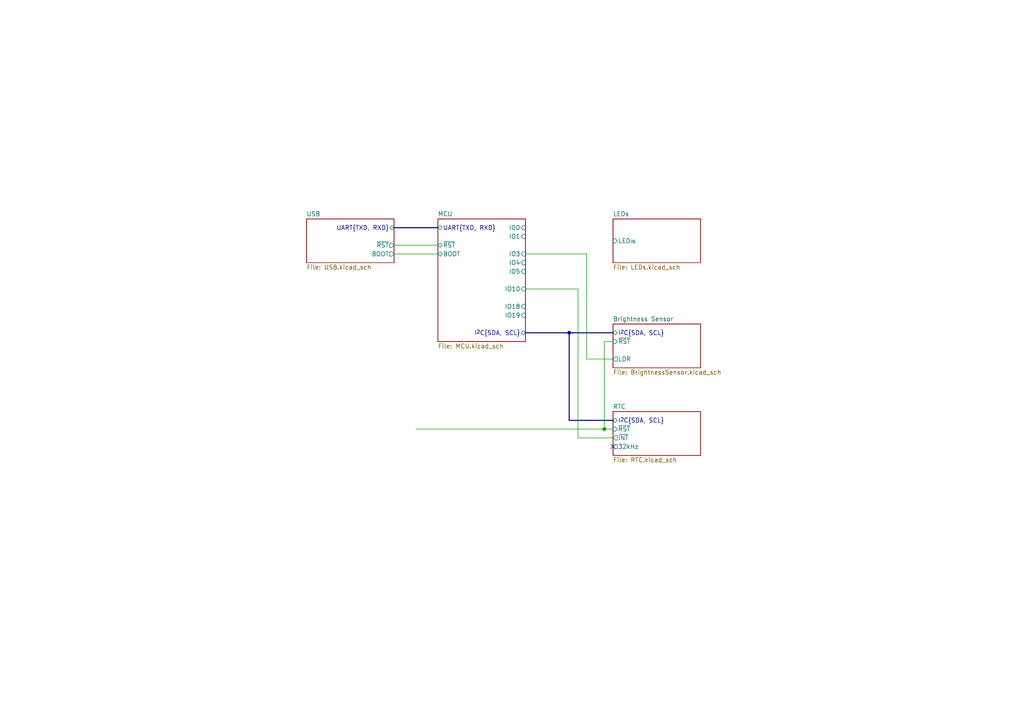
<source format=kicad_sch>
(kicad_sch
	(version 20231120)
	(generator "eeschema")
	(generator_version "8.0")
	(uuid "bfaac094-0365-40a4-8b7a-d4d62ace544e")
	(paper "A4")
	(title_block
		(title "Wordclock - Top")
		(date "2024-10-21")
		(rev "A")
		(company "ElektroNik Zoller")
		(comment 1 "Nikolai Zoller")
		(comment 4 "CERN-OHL-P")
	)
	(lib_symbols)
	(junction
		(at 165.1 96.52)
		(diameter 0)
		(color 0 0 0 0)
		(uuid "2057b3c6-992b-4725-b044-30c7bdc56b12")
	)
	(junction
		(at 175.26 124.46)
		(diameter 0)
		(color 0 0 0 0)
		(uuid "595424f7-2216-4a62-8033-5f5bc1d8d388")
	)
	(no_connect
		(at 177.8 129.54)
		(uuid "ecff011c-20bd-40d8-86a8-0730ee88652d")
	)
	(wire
		(pts
			(xy 167.64 83.82) (xy 167.64 127)
		)
		(stroke
			(width 0)
			(type default)
		)
		(uuid "0c521132-31a4-472d-bf55-6e5a24e61555")
	)
	(bus
		(pts
			(xy 165.1 96.52) (xy 165.1 121.92)
		)
		(stroke
			(width 0)
			(type default)
		)
		(uuid "0d1f14c1-0bf5-4569-8149-f49c1c607630")
	)
	(bus
		(pts
			(xy 152.4 96.52) (xy 165.1 96.52)
		)
		(stroke
			(width 0)
			(type default)
		)
		(uuid "0fd31c29-5271-4b49-a945-f32b903d6006")
	)
	(wire
		(pts
			(xy 175.26 99.06) (xy 175.26 124.46)
		)
		(stroke
			(width 0)
			(type default)
		)
		(uuid "19eed66f-323f-4f67-b4fc-35167a20e7f5")
	)
	(bus
		(pts
			(xy 165.1 121.92) (xy 177.8 121.92)
		)
		(stroke
			(width 0)
			(type default)
		)
		(uuid "1e384e66-3d21-440e-80f3-9bfd8fb967f1")
	)
	(wire
		(pts
			(xy 170.18 73.66) (xy 170.18 104.14)
		)
		(stroke
			(width 0)
			(type default)
		)
		(uuid "1fbeb0b9-4ae0-4b5a-9d35-c0d4f0866c1f")
	)
	(bus
		(pts
			(xy 177.8 96.52) (xy 165.1 96.52)
		)
		(stroke
			(width 0)
			(type default)
		)
		(uuid "507e8dc1-fa3d-443e-90e9-b983e5014851")
	)
	(wire
		(pts
			(xy 152.4 73.66) (xy 170.18 73.66)
		)
		(stroke
			(width 0)
			(type default)
		)
		(uuid "53a38872-8e4f-4fc1-8a61-410653313329")
	)
	(wire
		(pts
			(xy 152.4 83.82) (xy 167.64 83.82)
		)
		(stroke
			(width 0)
			(type default)
		)
		(uuid "5f9571f7-15a8-423e-8d00-2019153c08ba")
	)
	(wire
		(pts
			(xy 175.26 124.46) (xy 120.65 124.46)
		)
		(stroke
			(width 0)
			(type default)
		)
		(uuid "74509db9-f2fb-4f22-be18-82c779c86020")
	)
	(wire
		(pts
			(xy 170.18 104.14) (xy 177.8 104.14)
		)
		(stroke
			(width 0)
			(type default)
		)
		(uuid "82e0f413-9b07-4293-a8a4-848a3dc6ea98")
	)
	(wire
		(pts
			(xy 114.3 73.66) (xy 127 73.66)
		)
		(stroke
			(width 0)
			(type default)
		)
		(uuid "8b53fe21-f00f-45ad-8c74-c45d22df1689")
	)
	(wire
		(pts
			(xy 177.8 99.06) (xy 175.26 99.06)
		)
		(stroke
			(width 0)
			(type default)
		)
		(uuid "a823de60-ae71-4d4e-a956-05f581122a02")
	)
	(bus
		(pts
			(xy 114.3 66.04) (xy 127 66.04)
		)
		(stroke
			(width 0)
			(type default)
		)
		(uuid "a8575130-0cde-40b6-84c5-97235b83f1f1")
	)
	(wire
		(pts
			(xy 167.64 127) (xy 177.8 127)
		)
		(stroke
			(width 0)
			(type default)
		)
		(uuid "aa18096a-01be-4171-9b68-16be0d5cf57c")
	)
	(wire
		(pts
			(xy 175.26 124.46) (xy 177.8 124.46)
		)
		(stroke
			(width 0)
			(type default)
		)
		(uuid "d1576b25-202d-49b2-a2c6-44e6f0e3421b")
	)
	(wire
		(pts
			(xy 114.3 71.12) (xy 127 71.12)
		)
		(stroke
			(width 0)
			(type default)
		)
		(uuid "dadb7308-d901-4a27-8775-8a4e9c38e4df")
	)
	(sheet
		(at 127 63.5)
		(size 25.4 35.56)
		(fields_autoplaced yes)
		(stroke
			(width 0.1524)
			(type solid)
		)
		(fill
			(color 0 0 0 0.0000)
		)
		(uuid "148425c6-8949-47fb-990d-0e511c74cf4c")
		(property "Sheetname" "MCU"
			(at 127 62.7884 0)
			(effects
				(font
					(size 1.27 1.27)
				)
				(justify left bottom)
			)
		)
		(property "Sheetfile" "MCU.kicad_sch"
			(at 127 99.6446 0)
			(effects
				(font
					(size 1.27 1.27)
				)
				(justify left top)
			)
		)
		(pin "IO10" input
			(at 152.4 83.82 0)
			(effects
				(font
					(size 1.27 1.27)
				)
				(justify right)
			)
			(uuid "77814b2b-50a5-4ed1-a19a-03a204a019a8")
		)
		(pin "IO18" input
			(at 152.4 88.9 0)
			(effects
				(font
					(size 1.27 1.27)
				)
				(justify right)
			)
			(uuid "5e2b0f52-50ac-4f9b-9fc8-d8717f4cfde2")
		)
		(pin "IO19" input
			(at 152.4 91.44 0)
			(effects
				(font
					(size 1.27 1.27)
				)
				(justify right)
			)
			(uuid "c89dfa95-e619-49c5-a01f-b90713b74457")
		)
		(pin "IO4" input
			(at 152.4 76.2 0)
			(effects
				(font
					(size 1.27 1.27)
				)
				(justify right)
			)
			(uuid "6689d2f4-739e-4565-be1d-ee48b558fcd9")
		)
		(pin "IO3" input
			(at 152.4 73.66 0)
			(effects
				(font
					(size 1.27 1.27)
				)
				(justify right)
			)
			(uuid "b841ce97-865a-4950-8e79-3684c33da18d")
		)
		(pin "IO5" input
			(at 152.4 78.74 0)
			(effects
				(font
					(size 1.27 1.27)
				)
				(justify right)
			)
			(uuid "8ff93080-3bdd-4f41-b71c-ea12b2411acb")
		)
		(pin "UART{TXD, RXD}" bidirectional
			(at 127 66.04 180)
			(effects
				(font
					(size 1.27 1.27)
				)
				(justify left)
			)
			(uuid "1c8d6da5-dcd1-4ae0-9e1f-e3bc080f516e")
		)
		(pin "IO1" input
			(at 152.4 68.58 0)
			(effects
				(font
					(size 1.27 1.27)
				)
				(justify right)
			)
			(uuid "a351ae77-1daf-4f34-acc7-2193dff79c76")
		)
		(pin "IO0" input
			(at 152.4 66.04 0)
			(effects
				(font
					(size 1.27 1.27)
				)
				(justify right)
			)
			(uuid "38d47e9b-f3f1-4397-9a4e-90c2f4e7d791")
		)
		(pin "I^{2}C{SDA, SCL}" bidirectional
			(at 152.4 96.52 0)
			(effects
				(font
					(size 1.27 1.27)
				)
				(justify right)
			)
			(uuid "c2a59166-be9e-47cd-b102-560fb7657f2a")
		)
		(pin "BOOT" bidirectional
			(at 127 73.66 180)
			(effects
				(font
					(size 1.27 1.27)
				)
				(justify left)
			)
			(uuid "c2f67bd5-b9d2-4d68-8bce-dec9da60c9e5")
		)
		(pin "~{RST}" bidirectional
			(at 127 71.12 180)
			(effects
				(font
					(size 1.27 1.27)
				)
				(justify left)
			)
			(uuid "c95d84f0-559c-4fec-a5a9-eced5e1ae9be")
		)
		(instances
			(project "ESP-Wordclock"
				(path "/bfaac094-0365-40a4-8b7a-d4d62ace544e"
					(page "2")
				)
			)
		)
	)
	(sheet
		(at 88.9 63.5)
		(size 25.4 12.7)
		(fields_autoplaced yes)
		(stroke
			(width 0.1524)
			(type solid)
		)
		(fill
			(color 0 0 0 0.0000)
		)
		(uuid "987a25a3-048c-43c4-a9ef-49bb39c41ed4")
		(property "Sheetname" "USB"
			(at 88.9 62.7884 0)
			(effects
				(font
					(size 1.27 1.27)
				)
				(justify left bottom)
			)
		)
		(property "Sheetfile" "USB.kicad_sch"
			(at 88.9 76.7846 0)
			(effects
				(font
					(size 1.27 1.27)
				)
				(justify left top)
			)
		)
		(pin "UART{TXD, RXD}" bidirectional
			(at 114.3 66.04 0)
			(effects
				(font
					(size 1.27 1.27)
				)
				(justify right)
			)
			(uuid "adbe5542-b671-4c02-934a-c52d0362775c")
		)
		(pin "BOOT" output
			(at 114.3 73.66 0)
			(effects
				(font
					(size 1.27 1.27)
				)
				(justify right)
			)
			(uuid "3865a0c3-9fa1-4e21-987c-fa0fdd93d0c5")
		)
		(pin "~{RST}" output
			(at 114.3 71.12 0)
			(effects
				(font
					(size 1.27 1.27)
				)
				(justify right)
			)
			(uuid "6173005d-101c-43e0-8fd0-ef91500f3475")
		)
		(instances
			(project "ESP-Wordclock"
				(path "/bfaac094-0365-40a4-8b7a-d4d62ace544e"
					(page "3")
				)
			)
		)
	)
	(sheet
		(at 177.8 63.5)
		(size 25.4 12.7)
		(fields_autoplaced yes)
		(stroke
			(width 0.1524)
			(type solid)
		)
		(fill
			(color 0 0 0 0.0000)
		)
		(uuid "c23f8616-5eaa-4df3-8ee0-2a2271a82cce")
		(property "Sheetname" "LEDs"
			(at 177.8 62.7884 0)
			(effects
				(font
					(size 1.27 1.27)
				)
				(justify left bottom)
			)
		)
		(property "Sheetfile" "LEDs.kicad_sch"
			(at 177.8 76.7846 0)
			(effects
				(font
					(size 1.27 1.27)
				)
				(justify left top)
			)
		)
		(pin "LED_{IN}" input
			(at 177.8 69.85 180)
			(effects
				(font
					(size 1.27 1.27)
				)
				(justify left)
			)
			(uuid "8c8ce76b-7c36-4fd3-a442-e0ad84ce075a")
		)
		(instances
			(project "ESP-Wordclock"
				(path "/bfaac094-0365-40a4-8b7a-d4d62ace544e"
					(page "6")
				)
			)
		)
	)
	(sheet
		(at 177.8 119.38)
		(size 25.4 12.7)
		(fields_autoplaced yes)
		(stroke
			(width 0.1524)
			(type solid)
		)
		(fill
			(color 0 0 0 0.0000)
		)
		(uuid "ec66bd8a-ab18-419c-8a8f-29e1d0925890")
		(property "Sheetname" "RTC"
			(at 177.8 118.6684 0)
			(effects
				(font
					(size 1.27 1.27)
				)
				(justify left bottom)
			)
		)
		(property "Sheetfile" "RTC.kicad_sch"
			(at 177.8 132.6646 0)
			(effects
				(font
					(size 1.27 1.27)
				)
				(justify left top)
			)
		)
		(pin "32kHz" output
			(at 177.8 129.54 180)
			(effects
				(font
					(size 1.27 1.27)
				)
				(justify left)
			)
			(uuid "81f1e651-6dae-47b9-8736-df53fb00a68e")
		)
		(pin "I^{2}C{SDA, SCL}" bidirectional
			(at 177.8 121.92 180)
			(effects
				(font
					(size 1.27 1.27)
				)
				(justify left)
			)
			(uuid "52c0cee3-e390-46b8-9229-39013a74d44b")
		)
		(pin "~{INT}" output
			(at 177.8 127 180)
			(effects
				(font
					(size 1.27 1.27)
				)
				(justify left)
			)
			(uuid "2932cab4-cc6b-4969-8ae2-34c9ac681601")
		)
		(pin "~{RST}" input
			(at 177.8 124.46 180)
			(effects
				(font
					(size 1.27 1.27)
				)
				(justify left)
			)
			(uuid "881fba6d-f6f4-43b1-806c-7b0116628738")
		)
		(instances
			(project "ESP-Wordclock"
				(path "/bfaac094-0365-40a4-8b7a-d4d62ace544e"
					(page "4")
				)
			)
		)
	)
	(sheet
		(at 177.8 93.98)
		(size 25.4 12.7)
		(fields_autoplaced yes)
		(stroke
			(width 0.1524)
			(type solid)
		)
		(fill
			(color 0 0 0 0.0000)
		)
		(uuid "f41fc7d2-fe85-46c5-8d89-2a876a89e5a0")
		(property "Sheetname" "Brightness Sensor"
			(at 177.8 93.2684 0)
			(effects
				(font
					(size 1.27 1.27)
				)
				(justify left bottom)
			)
		)
		(property "Sheetfile" "BrightnessSensor.kicad_sch"
			(at 177.8 107.2646 0)
			(effects
				(font
					(size 1.27 1.27)
				)
				(justify left top)
			)
		)
		(pin "I^{2}C{SDA, SCL}" bidirectional
			(at 177.8 96.52 180)
			(effects
				(font
					(size 1.27 1.27)
				)
				(justify left)
			)
			(uuid "c8693132-b389-4e02-9f3d-112cf278aaee")
		)
		(pin "LDR" output
			(at 177.8 104.14 180)
			(effects
				(font
					(size 1.27 1.27)
				)
				(justify left)
			)
			(uuid "2d8a87b7-000b-4cea-b479-2f238a5a7107")
		)
		(pin "~{RST}" input
			(at 177.8 99.06 180)
			(effects
				(font
					(size 1.27 1.27)
				)
				(justify left)
			)
			(uuid "3fd50ba5-ccf1-4622-8318-b752659b28ab")
		)
		(instances
			(project "ESP-Wordclock"
				(path "/bfaac094-0365-40a4-8b7a-d4d62ace544e"
					(page "5")
				)
			)
		)
	)
	(sheet_instances
		(path "/"
			(page "1")
		)
	)
)

</source>
